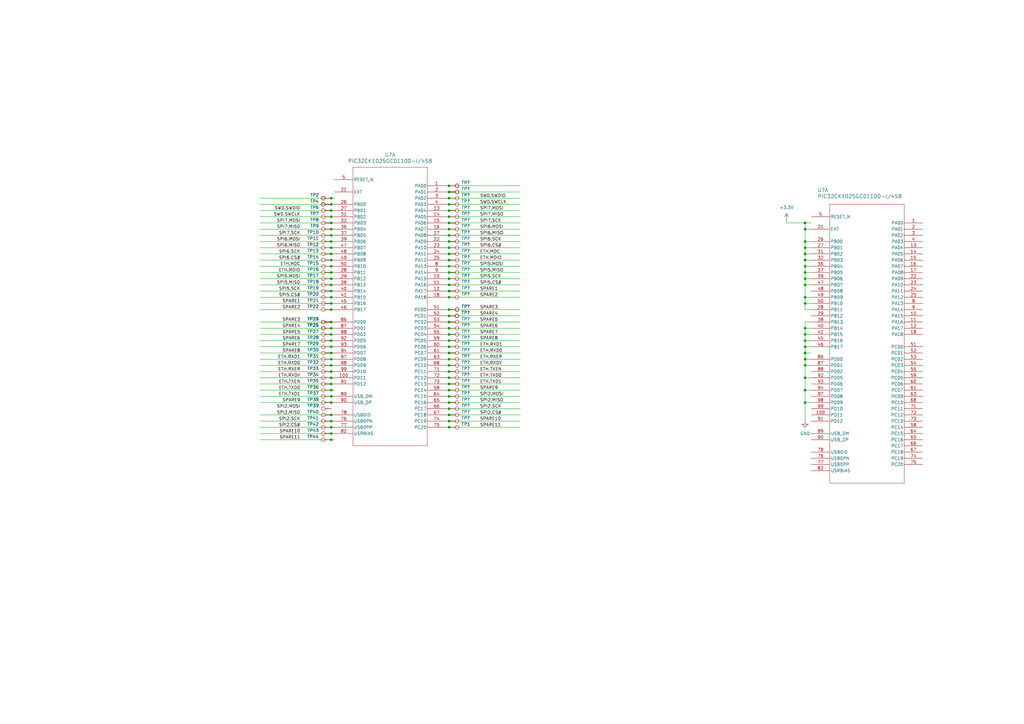
<source format=kicad_sch>
(kicad_sch (version 20250114) (generator "eeschema") (generator_version "9.0")
  (paper "A3")
  (lib_symbols
    (symbol "Connector:TestPoint" (pin_numbers (hide yes)) (pin_names (offset 0.762) (hide yes))
      (property "Reference" "TP" (at 0 6.858 0))
      (property "Value" "TestPoint" (at 0 5.08 0))
      (symbol "TestPoint_0_1"
        (circle (center 0 3.302) (radius 0.762))
      )
      (symbol "TestPoint_1_1"
        (pin passive line (at 0 0 90) (length 2.54) (name "1") (number "1"))
      )
    )
    (symbol "PIC32CK1025GC01100-I-4SB:PIC32CK1025GC01100-I_4SB" (pin_names (offset 0.254))
      (property "Reference" "U" (at 22.86 10.16 0))
      (property "Value" "PIC32CK1025GC01100-I/4SB" (at 22.86 7.62 0))
      (symbol "PIC32CK1025GC01100-I_4SB_1_1"
        (polyline (pts (xy 7.62 5.08) (xy 7.62 -109.22)) (stroke (width 0.127)))
        (polyline (pts (xy 7.62 -109.22) (xy 38.1 -109.22)) (stroke (width 0.127)))
        (polyline (pts (xy 38.1 5.08) (xy 7.62 5.08)) (stroke (width 0.127)))
        (polyline (pts (xy 38.1 -109.22) (xy 38.1 5.08)) (stroke (width 0.127)))
        (pin input line (at 0 0 0) (length 7.62) (name "RESET_N") (number "5"))
        (pin unspecified line (at 0 -5.08 0) (length 7.62) (name "EXT") (number "21"))
        (pin bidirectional line (at 0 -10.16 0) (length 7.62) (name "PB00") (number "26"))
        (pin bidirectional line (at 0 -12.7 0) (length 7.62) (name "PB01") (number "27"))
        (pin bidirectional line (at 0 -15.24 0) (length 7.62) (name "PB02") (number "31"))
        (pin bidirectional line (at 0 -17.78 0) (length 7.62) (name "PB03") (number "32"))
        (pin bidirectional line (at 0 -20.32 0) (length 7.62) (name "PB04") (number "36"))
        (pin bidirectional line (at 0 -22.86 0) (length 7.62) (name "PB05") (number "37"))
        (pin bidirectional line (at 0 -25.4 0) (length 7.62) (name "PB06") (number "39"))
        (pin bidirectional line (at 0 -27.94 0) (length 7.62) (name "PB07") (number "47"))
        (pin bidirectional line (at 0 -30.48 0) (length 7.62) (name "PB08") (number "48"))
        (pin bidirectional line (at 0 -33.02 0) (length 7.62) (name "PB09") (number "49"))
        (pin bidirectional line (at 0 -35.56 0) (length 7.62) (name "PB10") (number "50"))
        (pin bidirectional line (at 0 -38.1 0) (length 7.62) (name "PB11") (number "28"))
        (pin bidirectional line (at 0 -40.64 0) (length 7.62) (name "PB12") (number "29"))
        (pin bidirectional line (at 0 -43.18 0) (length 7.62) (name "PB13") (number "38"))
        (pin bidirectional line (at 0 -45.72 0) (length 7.62) (name "PB14") (number "40"))
        (pin bidirectional line (at 0 -48.26 0) (length 7.62) (name "PB15") (number "41"))
        (pin bidirectional line (at 0 -50.8 0) (length 7.62) (name "PB16") (number "45"))
        (pin bidirectional line (at 0 -53.34 0) (length 7.62) (name "PB17") (number "46"))
        (pin bidirectional line (at 0 -58.42 0) (length 7.62) (name "PD00") (number "86"))
        (pin bidirectional line (at 0 -60.96 0) (length 7.62) (name "PD01") (number "87"))
        (pin bidirectional line (at 0 -63.5 0) (length 7.62) (name "PD02") (number "88"))
        (pin bidirectional line (at 0 -66.04 0) (length 7.62) (name "PD05") (number "92"))
        (pin bidirectional line (at 0 -68.58 0) (length 7.62) (name "PD06") (number "93"))
        (pin bidirectional line (at 0 -71.12 0) (length 7.62) (name "PD07") (number "94"))
        (pin bidirectional line (at 0 -73.66 0) (length 7.62) (name "PD08") (number "97"))
        (pin bidirectional line (at 0 -76.2 0) (length 7.62) (name "PD09") (number "98"))
        (pin bidirectional line (at 0 -78.74 0) (length 7.62) (name "PD10") (number "99"))
        (pin bidirectional line (at 0 -81.28 0) (length 7.62) (name "PD11") (number "100"))
        (pin bidirectional line (at 0 -83.82 0) (length 7.62) (name "PD12") (number "91"))
        (pin unspecified line (at 0 -88.9 0) (length 7.62) (name "USB_DM") (number "89"))
        (pin unspecified line (at 0 -91.44 0) (length 7.62) (name "USB_DP") (number "90"))
        (pin unspecified line (at 0 -96.52 0) (length 7.62) (name "USB0ID") (number "78"))
        (pin unspecified line (at 0 -99.06 0) (length 7.62) (name "USB0PN") (number "76"))
        (pin unspecified line (at 0 -101.6 0) (length 7.62) (name "USB0PP") (number "77"))
        (pin unspecified line (at 0 -104.14 0) (length 7.62) (name "USRBIAS") (number "82"))
        (pin bidirectional line (at 45.72 -2.54 180) (length 7.62) (name "PA00") (number "1"))
        (pin bidirectional line (at 45.72 -5.08 180) (length 7.62) (name "PA01") (number "2"))
        (pin bidirectional line (at 45.72 -7.62 180) (length 7.62) (name "PA02") (number "3"))
        (pin bidirectional line (at 45.72 -10.16 180) (length 7.62) (name "PA03") (number "4"))
        (pin bidirectional line (at 45.72 -12.7 180) (length 7.62) (name "PA04") (number "13"))
        (pin bidirectional line (at 45.72 -15.24 180) (length 7.62) (name "PA05") (number "14"))
        (pin bidirectional line (at 45.72 -17.78 180) (length 7.62) (name "PA06") (number "15"))
        (pin bidirectional line (at 45.72 -20.32 180) (length 7.62) (name "PA07") (number "16"))
        (pin bidirectional line (at 45.72 -22.86 180) (length 7.62) (name "PA08") (number "17"))
        (pin bidirectional line (at 45.72 -25.4 180) (length 7.62) (name "PA09") (number "22"))
        (pin bidirectional line (at 45.72 -27.94 180) (length 7.62) (name "PA10") (number "23"))
        (pin bidirectional line (at 45.72 -30.48 180) (length 7.62) (name "PA11") (number "24"))
        (pin bidirectional line (at 45.72 -33.02 180) (length 7.62) (name "PA12") (number "25"))
        (pin bidirectional line (at 45.72 -35.56 180) (length 7.62) (name "PA13") (number "8"))
        (pin bidirectional line (at 45.72 -38.1 180) (length 7.62) (name "PA14") (number "9"))
        (pin bidirectional line (at 45.72 -40.64 180) (length 7.62) (name "PA15") (number "10"))
        (pin bidirectional line (at 45.72 -43.18 180) (length 7.62) (name "PA16") (number "11"))
        (pin bidirectional line (at 45.72 -45.72 180) (length 7.62) (name "PA17") (number "12"))
        (pin bidirectional line (at 45.72 -48.26 180) (length 7.62) (name "PA18") (number "18"))
        (pin bidirectional line (at 45.72 -53.34 180) (length 7.62) (name "PC00") (number "51"))
        (pin bidirectional line (at 45.72 -55.88 180) (length 7.62) (name "PC01") (number "52"))
        (pin bidirectional line (at 45.72 -58.42 180) (length 7.62) (name "PC02") (number "53"))
        (pin bidirectional line (at 45.72 -60.96 180) (length 7.62) (name "PC03") (number "54"))
        (pin bidirectional line (at 45.72 -63.5 180) (length 7.62) (name "PC04") (number "55"))
        (pin bidirectional line (at 45.72 -66.04 180) (length 7.62) (name "PC05") (number "59"))
        (pin bidirectional line (at 45.72 -68.58 180) (length 7.62) (name "PC06") (number "60"))
        (pin bidirectional line (at 45.72 -71.12 180) (length 7.62) (name "PC07") (number "61"))
        (pin bidirectional line (at 45.72 -73.66 180) (length 7.62) (name "PC09") (number "63"))
        (pin bidirectional line (at 45.72 -76.2 180) (length 7.62) (name "PC10") (number "68"))
        (pin bidirectional line (at 45.72 -78.74 180) (length 7.62) (name "PC11") (number "71"))
        (pin bidirectional line (at 45.72 -81.28 180) (length 7.62) (name "PC12") (number "72"))
        (pin bidirectional line (at 45.72 -83.82 180) (length 7.62) (name "PC13") (number "73"))
        (pin bidirectional line (at 45.72 -86.36 180) (length 7.62) (name "PC14") (number "58"))
        (pin bidirectional line (at 45.72 -88.9 180) (length 7.62) (name "PC15") (number "64"))
        (pin bidirectional line (at 45.72 -91.44 180) (length 7.62) (name "PC16") (number "65"))
        (pin bidirectional line (at 45.72 -93.98 180) (length 7.62) (name "PC17") (number "66"))
        (pin bidirectional line (at 45.72 -96.52 180) (length 7.62) (name "PC18") (number "67"))
        (pin bidirectional line (at 45.72 -99.06 180) (length 7.62) (name "PC19") (number "74"))
        (pin bidirectional line (at 45.72 -101.6 180) (length 7.62) (name "PC20") (number "75"))
      )
      (symbol "PIC32CK1025GC01100-I_4SB_2_1"
        (polyline (pts (xy 7.62 5.08) (xy 7.62 -81.28)) (stroke (width 0.127)))
        (polyline (pts (xy 7.62 -81.28) (xy 33.02 -81.28)) (stroke (width 0.127)))
        (polyline (pts (xy 33.02 5.08) (xy 7.62 5.08)) (stroke (width 0.127)))
        (polyline (pts (xy 33.02 -81.28) (xy 33.02 5.08)) (stroke (width 0.127)))
        (pin power_in line (at 0 0 0) (length 7.62) (name "VBUS") (number "81"))
        (pin power_in line (at 0 -2.54 0) (length 7.62) (name "VCCAP3") (number "79"))
        (pin power_in line (at 0 -5.08 0) (length 7.62) (name "VDDA") (number "33"))
        (pin power_in line (at 0 -10.16 0) (length 7.62) (name "VDDIO") (number "7"))
        (pin power_in line (at 0 -12.7 0) (length 7.62) (name "VDDIO") (number "20"))
        (pin power_in line (at 0 -15.24 0) (length 7.62) (name "VDDIO") (number "34"))
        (pin power_in line (at 0 -17.78 0) (length 7.62) (name "VDDIO") (number "42"))
        (pin power_in line (at 0 -20.32 0) (length 7.62) (name "VDDIO") (number "56"))
        (pin power_in line (at 0 -22.86 0) (length 7.62) (name "VDDIO") (number "69"))
        (pin power_in line (at 0 -25.4 0) (length 7.62) (name "VDDIO") (number "85"))
        (pin power_in line (at 0 -27.94 0) (length 7.62) (name "VDDIO") (number "96"))
        (pin power_in line (at 0 -33.02 0) (length 7.62) (name "VDDREG") (number "44"))
        (pin power_in line (at 0 -35.56 0) (length 7.62) (name "VDDREG") (number "62"))
        (pin power_in line (at 0 -38.1 0) (length 7.62) (name "VDDREG") (number "83"))
        (pin power_out line (at 0 -43.18 0) (length 7.62) (name "GND") (number "6"))
        (pin power_out line (at 0 -45.72 0) (length 7.62) (name "GND") (number "19"))
        (pin power_out line (at 0 -48.26 0) (length 7.62) (name "GND") (number "35"))
        (pin power_out line (at 0 -50.8 0) (length 7.62) (name "GND") (number "43"))
        (pin power_out line (at 0 -53.34 0) (length 7.62) (name "GND") (number "57"))
        (pin power_out line (at 0 -55.88 0) (length 7.62) (name "GND") (number "70"))
        (pin power_out line (at 0 -58.42 0) (length 7.62) (name "GND") (number "95"))
        (pin power_out line (at 0 -60.96 0) (length 7.62) (name "GND") (number "101"))
        (pin power_out line (at 0 -66.04 0) (length 7.62) (name "USBVSSA") (number "80"))
        (pin power_out line (at 0 -71.12 0) (length 7.62) (name "VSSA") (number "30"))
        (pin power_out line (at 0 -76.2 0) (length 7.62) (name "VSSIO") (number "84"))
      )
    )
    (symbol "power:+3.3V" (power) (pin_numbers (hide yes)) (pin_names (offset 0) (hide yes))
      (property "Value" "+3.3V" (at 0 3.556 0))
      (symbol "+3.3V_0_1"
        (polyline (pts (xy -0.762 1.27) (xy 0 2.54)))
        (polyline (pts (xy 0 2.54) (xy 0.762 1.27)))
        (polyline (pts (xy 0 0) (xy 0 2.54)))
      )
      (symbol "+3.3V_1_1"
        (pin power_in line (at 0 0 90) (length 0) (name "~") (number "1"))
      )
    )
    (symbol "power:GND" (power) (pin_numbers (hide yes)) (pin_names (offset 0) (hide yes))
      (property "Value" "GND" (at 0 -3.81 0))
      (symbol "GND_0_1"
        (polyline (pts (xy 0 0) (xy 0 -1.27) (xy 1.27 -1.27) (xy 0 -2.54) (xy -1.27 -1.27) (xy 0 -1.27)))
      )
      (symbol "GND_1_1"
        (pin power_in line (at 0 0 270) (length 0) (name "~") (number "1"))
      )
    )
  )
  (junction (at 135.89 175.26))
  (junction (at 184.15 134.62))
  (junction (at 184.15 114.3))
  (junction (at 184.15 116.84))
  (junction (at 135.89 157.48))
  (junction (at 184.15 99.06))
  (junction (at 135.89 160.02))
  (junction (at 135.89 124.46))
  (junction (at 135.89 180.34))
  (junction (at 135.89 142.24))
  (junction (at 135.89 104.14))
  (junction (at 330.2 109.22))
  (junction (at 135.89 139.7))
  (junction (at 184.15 160.02))
  (junction (at 184.15 165.1))
  (junction (at 330.2 154.94))
  (junction (at 184.15 96.52))
  (junction (at 135.89 91.44))
  (junction (at 330.2 124.46))
  (junction (at 184.15 91.44))
  (junction (at 135.89 119.38))
  (junction (at 184.15 101.6))
  (junction (at 330.2 165.1))
  (junction (at 184.15 81.28))
  (junction (at 184.15 93.98))
  (junction (at 184.15 86.36))
  (junction (at 330.2 139.7))
  (junction (at 184.15 149.86))
  (junction (at 330.2 104.14))
  (junction (at 184.15 121.92))
  (junction (at 330.2 160.02))
  (junction (at 184.15 104.14))
  (junction (at 184.15 157.48))
  (junction (at 135.89 101.6))
  (junction (at 184.15 111.76))
  (junction (at 135.89 93.98))
  (junction (at 184.15 78.74))
  (junction (at 330.2 134.62))
  (junction (at 135.89 154.94))
  (junction (at 184.15 132.08))
  (junction (at 330.2 147.32))
  (junction (at 135.89 106.68))
  (junction (at 184.15 119.38))
  (junction (at 184.15 154.94))
  (junction (at 184.15 144.78))
  (junction (at 135.89 81.28))
  (junction (at 135.89 170.18))
  (junction (at 135.89 152.4))
  (junction (at 135.89 109.22))
  (junction (at 135.89 162.56))
  (junction (at 184.15 170.18))
  (junction (at 184.15 137.16))
  (junction (at 135.89 137.16))
  (junction (at 330.2 106.68))
  (junction (at 330.2 114.3))
  (junction (at 135.89 88.9))
  (junction (at 184.15 88.9))
  (junction (at 184.15 162.56))
  (junction (at 184.15 127))
  (junction (at 135.89 134.62))
  (junction (at 135.89 83.82))
  (junction (at 135.89 165.1))
  (junction (at 330.2 99.06))
  (junction (at 135.89 96.52))
  (junction (at 330.2 91.44))
  (junction (at 135.89 127))
  (junction (at 330.2 116.84))
  (junction (at 184.15 76.2))
  (junction (at 184.15 172.72))
  (junction (at 184.15 147.32))
  (junction (at 330.2 137.16))
  (junction (at 184.15 83.82))
  (junction (at 330.2 144.78))
  (junction (at 330.2 93.98))
  (junction (at 330.2 149.86))
  (junction (at 135.89 111.76))
  (junction (at 135.89 149.86))
  (junction (at 184.15 139.7))
  (junction (at 184.15 167.64))
  (junction (at 184.15 109.22))
  (junction (at 135.89 114.3))
  (junction (at 184.15 106.68))
  (junction (at 135.89 99.06))
  (junction (at 184.15 129.54))
  (junction (at 184.15 142.24))
  (junction (at 135.89 144.78))
  (junction (at 135.89 177.8))
  (junction (at 135.89 147.32))
  (junction (at 330.2 142.24))
  (junction (at 184.15 152.4))
  (junction (at 330.2 101.6))
  (junction (at 135.89 86.36))
  (junction (at 184.15 175.26))
  (junction (at 135.89 172.72))
  (junction (at 135.89 132.08))
  (junction (at 330.2 121.92))
  (junction (at 330.2 111.76))
  (junction (at 135.89 116.84))
  (junction (at 135.89 121.92))
  (wire (pts (xy 330.2 139.7) (xy 332.74 139.7)))
  (wire (pts (xy 135.89 170.18) (xy 106.68 170.18)))
  (wire (pts (xy 184.15 149.86) (xy 213.36 149.86)))
  (wire (pts (xy 330.2 165.1) (xy 330.2 172.72)))
  (wire (pts (xy 184.15 93.98) (xy 213.36 93.98)))
  (wire (pts (xy 182.88 139.7) (xy 184.15 139.7)))
  (wire (pts (xy 135.89 152.4) (xy 106.68 152.4)))
  (wire (pts (xy 137.16 180.34) (xy 135.89 180.34)))
  (wire (pts (xy 137.16 93.98) (xy 135.89 93.98)))
  (wire (pts (xy 330.2 165.1) (xy 332.74 165.1)))
  (wire (pts (xy 182.88 109.22) (xy 184.15 109.22)))
  (wire (pts (xy 330.2 116.84) (xy 330.2 121.92)))
  (wire (pts (xy 184.15 137.16) (xy 213.36 137.16)))
  (wire (pts (xy 137.16 114.3) (xy 135.89 114.3)))
  (wire (pts (xy 330.2 149.86) (xy 332.74 149.86)))
  (wire (pts (xy 330.2 154.94) (xy 330.2 160.02)))
  (wire (pts (xy 330.2 144.78) (xy 330.2 147.32)))
  (wire (pts (xy 182.88 165.1) (xy 184.15 165.1)))
  (wire (pts (xy 182.88 116.84) (xy 184.15 116.84)))
  (wire (pts (xy 137.16 142.24) (xy 135.89 142.24)))
  (wire (pts (xy 137.16 162.56) (xy 135.89 162.56)))
  (wire (pts (xy 137.16 127) (xy 135.89 127)))
  (wire (pts (xy 135.89 160.02) (xy 106.68 160.02)))
  (wire (pts (xy 184.15 167.64) (xy 213.36 167.64)))
  (wire (pts (xy 330.2 137.16) (xy 330.2 139.7)))
  (wire (pts (xy 182.88 154.94) (xy 184.15 154.94)))
  (wire (pts (xy 184.15 152.4) (xy 213.36 152.4)))
  (wire (pts (xy 182.88 101.6) (xy 184.15 101.6)))
  (wire (pts (xy 135.89 121.92) (xy 106.68 121.92)))
  (wire (pts (xy 184.15 175.26) (xy 213.36 175.26)))
  (wire (pts (xy 182.88 175.26) (xy 184.15 175.26)))
  (wire (pts (xy 184.15 91.44) (xy 213.36 91.44)))
  (wire (pts (xy 137.16 134.62) (xy 135.89 134.62)))
  (wire (pts (xy 135.89 114.3) (xy 106.68 114.3)))
  (wire (pts (xy 332.74 127) (xy 330.2 127)))
  (wire (pts (xy 184.15 76.2) (xy 213.36 76.2)))
  (wire (pts (xy 330.2 121.92) (xy 332.74 121.92)))
  (wire (pts (xy 332.74 101.6) (xy 330.2 101.6)))
  (wire (pts (xy 137.16 172.72) (xy 135.89 172.72)))
  (wire (pts (xy 137.16 137.16) (xy 135.89 137.16)))
  (wire (pts (xy 135.89 109.22) (xy 106.68 109.22)))
  (wire (pts (xy 135.89 177.8) (xy 106.68 177.8)))
  (wire (pts (xy 182.88 160.02) (xy 184.15 160.02)))
  (wire (pts (xy 137.16 116.84) (xy 135.89 116.84)))
  (wire (pts (xy 135.89 180.34) (xy 106.68 180.34)))
  (wire (pts (xy 330.2 124.46) (xy 330.2 127)))
  (wire (pts (xy 135.89 104.14) (xy 106.68 104.14)))
  (wire (pts (xy 330.2 149.86) (xy 330.2 154.94)))
  (wire (pts (xy 182.88 88.9) (xy 184.15 88.9)))
  (wire (pts (xy 135.89 154.94) (xy 106.68 154.94)))
  (wire (pts (xy 135.89 132.08) (xy 106.68 132.08)))
  (wire (pts (xy 322.58 90.17) (xy 322.58 91.44)))
  (wire (pts (xy 182.88 144.78) (xy 184.15 144.78)))
  (wire (pts (xy 184.15 154.94) (xy 213.36 154.94)))
  (wire (pts (xy 330.2 93.98) (xy 330.2 91.44)))
  (wire (pts (xy 184.15 142.24) (xy 213.36 142.24)))
  (wire (pts (xy 135.89 83.82) (xy 106.68 83.82)))
  (wire (pts (xy 137.16 96.52) (xy 135.89 96.52)))
  (wire (pts (xy 135.89 165.1) (xy 106.68 165.1)))
  (wire (pts (xy 184.15 116.84) (xy 213.36 116.84)))
  (wire (pts (xy 330.2 124.46) (xy 332.74 124.46)))
  (wire (pts (xy 182.88 172.72) (xy 184.15 172.72)))
  (wire (pts (xy 330.2 101.6) (xy 330.2 104.14)))
  (wire (pts (xy 330.2 109.22) (xy 332.74 109.22)))
  (wire (pts (xy 184.15 106.68) (xy 213.36 106.68)))
  (wire (pts (xy 184.15 162.56) (xy 213.36 162.56)))
  (wire (pts (xy 182.88 167.64) (xy 184.15 167.64)))
  (wire (pts (xy 135.89 137.16) (xy 106.68 137.16)))
  (wire (pts (xy 182.88 86.36) (xy 184.15 86.36)))
  (wire (pts (xy 135.89 99.06) (xy 106.68 99.06)))
  (wire (pts (xy 135.89 147.32) (xy 106.68 147.32)))
  (wire (pts (xy 330.2 114.3) (xy 332.74 114.3)))
  (wire (pts (xy 135.89 93.98) (xy 106.68 93.98)))
  (wire (pts (xy 135.89 101.6) (xy 106.68 101.6)))
  (wire (pts (xy 135.89 119.38) (xy 106.68 119.38)))
  (wire (pts (xy 182.88 111.76) (xy 184.15 111.76)))
  (wire (pts (xy 137.16 154.94) (xy 135.89 154.94)))
  (wire (pts (xy 184.15 129.54) (xy 213.36 129.54)))
  (wire (pts (xy 184.15 86.36) (xy 213.36 86.36)))
  (wire (pts (xy 330.2 147.32) (xy 332.74 147.32)))
  (wire (pts (xy 330.2 147.32) (xy 330.2 149.86)))
  (wire (pts (xy 137.16 152.4) (xy 135.89 152.4)))
  (wire (pts (xy 135.89 116.84) (xy 106.68 116.84)))
  (wire (pts (xy 330.2 160.02) (xy 330.2 165.1)))
  (wire (pts (xy 182.88 152.4) (xy 184.15 152.4)))
  (wire (pts (xy 137.16 157.48) (xy 135.89 157.48)))
  (wire (pts (xy 184.15 127) (xy 213.36 127)))
  (wire (pts (xy 135.89 142.24) (xy 106.68 142.24)))
  (wire (pts (xy 184.15 132.08) (xy 213.36 132.08)))
  (wire (pts (xy 184.15 101.6) (xy 213.36 101.6)))
  (wire (pts (xy 182.88 157.48) (xy 184.15 157.48)))
  (wire (pts (xy 182.88 162.56) (xy 184.15 162.56)))
  (wire (pts (xy 182.88 104.14) (xy 184.15 104.14)))
  (wire (pts (xy 184.15 111.76) (xy 213.36 111.76)))
  (wire (pts (xy 330.2 111.76) (xy 332.74 111.76)))
  (wire (pts (xy 184.15 165.1) (xy 213.36 165.1)))
  (wire (pts (xy 330.2 116.84) (xy 332.74 116.84)))
  (wire (pts (xy 184.15 160.02) (xy 213.36 160.02)))
  (wire (pts (xy 182.88 170.18) (xy 184.15 170.18)))
  (wire (pts (xy 182.88 121.92) (xy 184.15 121.92)))
  (wire (pts (xy 330.2 160.02) (xy 332.74 160.02)))
  (wire (pts (xy 184.15 114.3) (xy 213.36 114.3)))
  (wire (pts (xy 184.15 119.38) (xy 213.36 119.38)))
  (wire (pts (xy 330.2 99.06) (xy 330.2 93.98)))
  (wire (pts (xy 182.88 106.68) (xy 184.15 106.68)))
  (wire (pts (xy 137.16 132.08) (xy 135.89 132.08)))
  (wire (pts (xy 332.74 132.08) (xy 330.2 132.08)))
  (wire (pts (xy 330.2 99.06) (xy 332.74 99.06)))
  (wire (pts (xy 184.15 109.22) (xy 213.36 109.22)))
  (wire (pts (xy 135.89 81.28) (xy 106.68 81.28)))
  (wire (pts (xy 184.15 134.62) (xy 213.36 134.62)))
  (wire (pts (xy 184.15 144.78) (xy 213.36 144.78)))
  (wire (pts (xy 137.16 177.8) (xy 135.89 177.8)))
  (wire (pts (xy 182.88 81.28) (xy 184.15 81.28)))
  (wire (pts (xy 135.89 139.7) (xy 106.68 139.7)))
  (wire (pts (xy 135.89 124.46) (xy 106.68 124.46)))
  (wire (pts (xy 182.88 76.2) (xy 184.15 76.2)))
  (wire (pts (xy 184.15 157.48) (xy 213.36 157.48)))
  (wire (pts (xy 184.15 172.72) (xy 213.36 172.72)))
  (wire (pts (xy 330.2 106.68) (xy 332.74 106.68)))
  (wire (pts (xy 137.16 170.18) (xy 135.89 170.18)))
  (wire (pts (xy 135.89 149.86) (xy 106.68 149.86)))
  (wire (pts (xy 330.2 109.22) (xy 330.2 111.76)))
  (wire (pts (xy 137.16 83.82) (xy 135.89 83.82)))
  (wire (pts (xy 137.16 165.1) (xy 135.89 165.1)))
  (wire (pts (xy 184.15 78.74) (xy 213.36 78.74)))
  (wire (pts (xy 182.88 129.54) (xy 184.15 129.54)))
  (wire (pts (xy 182.88 93.98) (xy 184.15 93.98)))
  (wire (pts (xy 182.88 91.44) (xy 184.15 91.44)))
  (wire (pts (xy 184.15 170.18) (xy 213.36 170.18)))
  (wire (pts (xy 135.89 86.36) (xy 106.68 86.36)))
  (wire (pts (xy 330.2 144.78) (xy 332.74 144.78)))
  (wire (pts (xy 330.2 121.92) (xy 330.2 124.46)))
  (wire (pts (xy 137.16 124.46) (xy 135.89 124.46)))
  (wire (pts (xy 330.2 104.14) (xy 332.74 104.14)))
  (wire (pts (xy 182.88 83.82) (xy 184.15 83.82)))
  (wire (pts (xy 330.2 154.94) (xy 332.74 154.94)))
  (wire (pts (xy 137.16 104.14) (xy 135.89 104.14)))
  (wire (pts (xy 182.88 149.86) (xy 184.15 149.86)))
  (wire (pts (xy 137.16 106.68) (xy 135.89 106.68)))
  (wire (pts (xy 330.2 142.24) (xy 330.2 144.78)))
  (wire (pts (xy 182.88 96.52) (xy 184.15 96.52)))
  (wire (pts (xy 330.2 134.62) (xy 330.2 137.16)))
  (wire (pts (xy 182.88 78.74) (xy 184.15 78.74)))
  (wire (pts (xy 182.88 119.38) (xy 184.15 119.38)))
  (wire (pts (xy 184.15 88.9) (xy 213.36 88.9)))
  (wire (pts (xy 182.88 134.62) (xy 184.15 134.62)))
  (wire (pts (xy 137.16 175.26) (xy 135.89 175.26)))
  (wire (pts (xy 137.16 86.36) (xy 135.89 86.36)))
  (wire (pts (xy 330.2 137.16) (xy 332.74 137.16)))
  (wire (pts (xy 135.89 144.78) (xy 106.68 144.78)))
  (wire (pts (xy 137.16 149.86) (xy 135.89 149.86)))
  (wire (pts (xy 184.15 139.7) (xy 213.36 139.7)))
  (wire (pts (xy 135.89 88.9) (xy 106.68 88.9)))
  (wire (pts (xy 137.16 139.7) (xy 135.89 139.7)))
  (wire (pts (xy 330.2 142.24) (xy 332.74 142.24)))
  (wire (pts (xy 184.15 104.14) (xy 213.36 104.14)))
  (wire (pts (xy 182.88 114.3) (xy 184.15 114.3)))
  (wire (pts (xy 137.16 91.44) (xy 135.89 91.44)))
  (wire (pts (xy 137.16 101.6) (xy 135.89 101.6)))
  (wire (pts (xy 184.15 147.32) (xy 213.36 147.32)))
  (wire (pts (xy 330.2 132.08) (xy 330.2 134.62)))
  (wire (pts (xy 135.89 162.56) (xy 106.68 162.56)))
  (wire (pts (xy 182.88 137.16) (xy 184.15 137.16)))
  (wire (pts (xy 137.16 111.76) (xy 135.89 111.76)))
  (wire (pts (xy 330.2 104.14) (xy 330.2 106.68)))
  (wire (pts (xy 182.88 99.06) (xy 184.15 99.06)))
  (wire (pts (xy 330.2 106.68) (xy 330.2 109.22)))
  (wire (pts (xy 330.2 111.76) (xy 330.2 114.3)))
  (wire (pts (xy 330.2 91.44) (xy 332.74 91.44)))
  (wire (pts (xy 135.89 91.44) (xy 106.68 91.44)))
  (wire (pts (xy 137.16 144.78) (xy 135.89 144.78)))
  (wire (pts (xy 330.2 114.3) (xy 330.2 116.84)))
  (wire (pts (xy 184.15 96.52) (xy 213.36 96.52)))
  (wire (pts (xy 330.2 99.06) (xy 330.2 101.6)))
  (wire (pts (xy 135.89 157.48) (xy 106.68 157.48)))
  (wire (pts (xy 135.89 127) (xy 106.68 127)))
  (wire (pts (xy 137.16 99.06) (xy 135.89 99.06)))
  (wire (pts (xy 137.16 81.28) (xy 135.89 81.28)))
  (wire (pts (xy 135.89 172.72) (xy 106.68 172.72)))
  (wire (pts (xy 330.2 93.98) (xy 332.74 93.98)))
  (wire (pts (xy 137.16 119.38) (xy 135.89 119.38)))
  (wire (pts (xy 135.89 175.26) (xy 106.68 175.26)))
  (wire (pts (xy 135.89 106.68) (xy 106.68 106.68)))
  (wire (pts (xy 184.15 121.92) (xy 213.36 121.92)))
  (wire (pts (xy 135.89 111.76) (xy 106.68 111.76)))
  (wire (pts (xy 330.2 139.7) (xy 330.2 142.24)))
  (wire (pts (xy 137.16 121.92) (xy 135.89 121.92)))
  (wire (pts (xy 184.15 99.06) (xy 213.36 99.06)))
  (wire (pts (xy 137.16 109.22) (xy 135.89 109.22)))
  (wire (pts (xy 184.15 83.82) (xy 213.36 83.82)))
  (wire (pts (xy 182.88 132.08) (xy 184.15 132.08)))
  (wire (pts (xy 135.89 134.62) (xy 106.68 134.62)))
  (wire (pts (xy 184.15 81.28) (xy 213.36 81.28)))
  (wire (pts (xy 322.58 91.44) (xy 330.2 91.44)))
  (wire (pts (xy 332.74 134.62) (xy 330.2 134.62)))
  (wire (pts (xy 182.88 147.32) (xy 184.15 147.32)))
  (wire (pts (xy 137.16 88.9) (xy 135.89 88.9)))
  (wire (pts (xy 182.88 142.24) (xy 184.15 142.24)))
  (wire (pts (xy 182.88 127) (xy 184.15 127)))
  (wire (pts (xy 135.89 96.52) (xy 106.68 96.52)))
  (wire (pts (xy 137.16 147.32) (xy 135.89 147.32)))
  (wire (pts (xy 137.16 160.02) (xy 135.89 160.02)))
  (label "SPI7.MISO" (at 123.19 93.98 180))
  (label "ETH.RXD1" (at 196.85 142.24 0))
  (label "ETH.MDIO" (at 196.85 106.68 0))
  (label "SPI2.MISO" (at 196.85 165.1 0))
  (label "SPI2.CS#" (at 196.85 170.18 0))
  (label "SPI6.CS#" (at 123.19 106.68 180))
  (label "ETH.TXD0" (at 196.85 154.94 0))
  (label "SWD.SWDIO" (at 196.85 81.28 0))
  (label "SPARE6" (at 196.85 134.62 0))
  (label "ETH.TXD1" (at 196.85 157.48 0))
  (label "SPI5.CS#" (at 123.19 121.92 180))
  (label "SPI7.SCK" (at 196.85 91.44 0))
  (label "SWD.SWCLK" (at 123.19 88.9 180))
  (label "SWD.SWDIO" (at 123.19 86.36 180))
  (label "SPI6.MOSI" (at 196.85 93.98 0))
  (label "ETH.RXD0" (at 123.19 149.86 180))
  (label "SPI2.MOSI" (at 123.19 167.64 180))
  (label "SPI5.MISO" (at 196.85 111.76 0))
  (label "SPARE8" (at 123.19 144.78 180))
  (label "SPARE4" (at 196.85 129.54 0))
  (label "SPARE10" (at 123.19 177.8 180))
  (label "SPI2.SCK" (at 123.19 172.72 180))
  (label "ETH.RXDV" (at 123.19 154.94 180))
  (label "ETH.TXEN" (at 123.19 157.48 180))
  (label "SPARE3" (at 123.19 132.08 180))
  (label "SPI2.MOSI" (at 196.85 162.56 0))
  (label "ETH.MDC" (at 123.19 109.22 180))
  (label "SPI7.MOSI" (at 196.85 86.36 0))
  (label "ETH.RXD0" (at 196.85 144.78 0))
  (label "SPI2.CS#" (at 123.19 175.26 180))
  (label "SPI2.MISO" (at 123.19 170.18 180))
  (label "ETH.RXER" (at 123.19 152.4 180))
  (label "ETH.MDIO" (at 123.19 111.76 180))
  (label "SPARE9" (at 196.85 160.02 0))
  (label "ETH.RXER" (at 196.85 147.32 0))
  (label "SPI6.MISO" (at 196.85 96.52 0))
  (label "SPI6.SCK" (at 123.19 104.14 180))
  (label "SPI7.SCK" (at 123.19 96.52 180))
  (label "SPARE7" (at 196.85 137.16 0))
  (label "ETH.TXEN" (at 196.85 152.4 0))
  (label "SPARE10" (at 196.85 172.72 0))
  (label "SPI2.SCK" (at 196.85 167.64 0))
  (label "SPI5.MOSI" (at 123.19 114.3 180))
  (label "SPARE2" (at 123.19 127 180))
  (label "SPARE11" (at 123.19 180.34 180))
  (label "SPARE4" (at 123.19 134.62 180))
  (label "SPARE5" (at 196.85 132.08 0))
  (label "SWD.SWCLK" (at 196.85 83.82 0))
  (label "SPARE1" (at 123.19 124.46 180))
  (label "SPI7.MOSI" (at 123.19 91.44 180))
  (label "SPI5.MISO" (at 123.19 116.84 180))
  (label "SPI6.MOSI" (at 123.19 99.06 180))
  (label "SPI5.CS#" (at 196.85 116.84 0))
  (label "SPI6.MISO" (at 123.19 101.6 180))
  (label "SPARE5" (at 123.19 137.16 180))
  (label "SPI6.CS#" (at 196.85 101.6 0))
  (label "SPARE6" (at 123.19 139.7 180))
  (label "SPI5.SCK" (at 123.19 119.38 180))
  (label "SPI5.SCK" (at 196.85 114.3 0))
  (label "SPARE11" (at 196.85 175.26 0))
  (label "SPARE2" (at 196.85 121.92 0))
  (label "SPARE1" (at 196.85 119.38 0))
  (label "SPARE9" (at 123.19 165.1 180))
  (label "SPI7.MISO" (at 196.85 88.9 0))
  (label "ETH.TXD0" (at 123.19 160.02 180))
  (label "ETH.TXD1" (at 123.19 162.56 180))
  (label "SPI6.SCK" (at 196.85 99.06 0))
  (label "ETH.RXDV" (at 196.85 149.86 0))
  (label "SPARE3" (at 196.85 127 0))
  (label "SPARE8" (at 196.85 139.7 0))
  (label "ETH.RXD1" (at 123.19 147.32 180))
  (label "ETH.MDC" (at 196.85 104.14 0))
  (label "SPARE7" (at 123.19 142.24 180))
  (label "SPI5.MOSI" (at 196.85 109.22 0))
  (symbol (lib_id "PIC32CK1025GC01100-I-4SB:PIC32CK1025GC01100-I_4SB") (at 332.74 88.9 0) (unit 1)
    (property "Reference" "U?" (at 335.28 77.978 0) (effects (font (size 1.524 1.524)) (justify left)))
    (property "Value" "PIC32CK1025GC01100-I/4SB" (at 335.28 80.518 0) (effects (font (size 1.524 1.524)) (justify left)))
    (property "Footprint" "PIC32CK1025GC01100-I-4SB:TQFP100_4SB_6p3EP_MCH" (effects (hide yes)))
    (property "Datasheet" "https://ww1.microchip.com/downloads/aemDocuments/documents/MCU32/ProductDocuments/DataSheets/PIC32CK-SG01-SG00-GC01-GC00-Family-Data-Sheet-DS60001795.pdf" (effects (hide yes)))
  )
  (symbol (lib_id "power:GND") (at 330.2 172.72 0) (unit 1)
    (property "Reference" "#PWR?" (effects (hide yes)))
    (property "Value" "GND" (at 330.2 177.8 0))
    (property "Description" "Power symbol creates a global label with name \"GND\" , ground" (effects (hide yes)))
  )
  (symbol (lib_id "Connector:TestPoint") (at 135.89 83.82 90) (mirror x) (unit 1)
    (property "Reference" "TP4" (at 130.81 82.5499 90) (effects (justify left)))
    (property "Value" "TestPoint" (effects (hide yes)))
    (property "Description" "test point" (effects (hide yes)))
  )
  (symbol (lib_id "Connector:TestPoint") (at 184.15 104.14 270) (unit 1)
    (property "Reference" "TP?" (at 189.23 102.8699 90) (effects (justify left)))
    (property "Value" "TestPoint" (effects (hide yes)))
    (property "Description" "test point" (effects (hide yes)))
  )
  (symbol (lib_id "Connector:TestPoint") (at 135.89 144.78 90) (mirror x) (unit 1)
    (property "Reference" "TP30" (at 130.81 143.5099 90) (effects (justify left)))
    (property "Value" "TestPoint" (effects (hide yes)))
    (property "Description" "test point" (effects (hide yes)))
  )
  (symbol (lib_id "Connector:TestPoint") (at 184.15 78.74 270) (unit 1)
    (property "Reference" "TP?" (at 189.23 77.4699 90) (effects (justify left)))
    (property "Value" "TestPoint" (effects (hide yes)))
    (property "Description" "test point" (effects (hide yes)))
  )
  (symbol (lib_id "Connector:TestPoint") (at 135.89 167.64 90) (mirror x) (unit 1)
    (property "Reference" "TP39" (at 130.81 166.3699 90) (effects (justify left)))
    (property "Value" "TestPoint" (effects (hide yes)))
    (property "Description" "test point" (effects (hide yes)))
  )
  (symbol (lib_id "Connector:TestPoint") (at 135.89 132.08 90) (mirror x) (unit 1)
    (property "Reference" "TP23" (at 130.81 130.8099 90) (effects (justify left)))
    (property "Value" "TestPoint" (effects (hide yes)))
    (property "Description" "test point" (effects (hide yes)))
  )
  (symbol (lib_id "Connector:TestPoint") (at 135.89 180.34 90) (mirror x) (unit 1)
    (property "Reference" "TP44" (at 130.81 179.0699 90) (effects (justify left)))
    (property "Value" "TestPoint" (effects (hide yes)))
    (property "Description" "test point" (effects (hide yes)))
  )
  (symbol (lib_id "PIC32CK1025GC01100-I-4SB:PIC32CK1025GC01100-I_4SB") (at 137.16 73.66 0) (unit 1)
    (property "Reference" "U?" (at 160.02 63.5 0) (effects (font (size 1.524 1.524))))
    (property "Value" "PIC32CK1025GC01100-I/4SB" (at 160.02 66.04 0) (effects (font (size 1.524 1.524))))
    (property "Footprint" "PIC32CK1025GC01100-I-4SB:TQFP100_4SB_6p3EP_MCH" (effects (hide yes)))
    (property "Datasheet" "https://ww1.microchip.com/downloads/aemDocuments/documents/MCU32/ProductDocuments/DataSheets/PIC32CK-SG01-SG00-GC01-GC00-Family-Data-Sheet-DS60001795.pdf" (effects (hide yes)))
  )
  (symbol (lib_id "Connector:TestPoint") (at 184.15 152.4 270) (unit 1)
    (property "Reference" "TP?" (at 189.23 151.1299 90) (effects (justify left)))
    (property "Value" "TestPoint" (effects (hide yes)))
    (property "Description" "test point" (effects (hide yes)))
  )
  (symbol (lib_id "Connector:TestPoint") (at 135.89 175.26 90) (mirror x) (unit 1)
    (property "Reference" "TP42" (at 130.81 173.9899 90) (effects (justify left)))
    (property "Value" "TestPoint" (effects (hide yes)))
    (property "Description" "test point" (effects (hide yes)))
  )
  (symbol (lib_id "Connector:TestPoint") (at 135.89 124.46 90) (mirror x) (unit 1)
    (property "Reference" "TP21" (at 130.81 123.1899 90) (effects (justify left)))
    (property "Value" "TestPoint" (effects (hide yes)))
    (property "Description" "test point" (effects (hide yes)))
  )
  (symbol (lib_id "Connector:TestPoint") (at 184.15 76.2 270) (unit 1)
    (property "Reference" "TP?" (at 189.23 74.9299 90) (effects (justify left)))
    (property "Value" "TestPoint" (effects (hide yes)))
    (property "Description" "test point" (effects (hide yes)))
  )
  (symbol (lib_id "Connector:TestPoint") (at 184.15 127 270) (unit 1)
    (property "Reference" "TP?" (at 189.23 125.7299 90) (effects (justify left)))
    (property "Value" "TestPoint" (effects (hide yes)))
    (property "Description" "test point" (effects (hide yes)))
  )
  (symbol (lib_id "Connector:TestPoint") (at 135.89 157.48 90) (mirror x) (unit 1)
    (property "Reference" "TP35" (at 130.81 156.2099 90) (effects (justify left)))
    (property "Value" "TestPoint" (effects (hide yes)))
    (property "Description" "test point" (effects (hide yes)))
  )
  (symbol (lib_id "Connector:TestPoint") (at 184.15 91.44 270) (unit 1)
    (property "Reference" "TP?" (at 189.23 90.1699 90) (effects (justify left)))
    (property "Value" "TestPoint" (effects (hide yes)))
    (property "Description" "test point" (effects (hide yes)))
  )
  (symbol (lib_id "Connector:TestPoint") (at 135.89 93.98 90) (mirror x) (unit 1)
    (property "Reference" "TP9" (at 130.81 92.7099 90) (effects (justify left)))
    (property "Value" "TestPoint" (effects (hide yes)))
    (property "Description" "test point" (effects (hide yes)))
  )
  (symbol (lib_id "Connector:TestPoint") (at 184.15 154.94 270) (unit 1)
    (property "Reference" "TP?" (at 189.23 153.6699 90) (effects (justify left)))
    (property "Value" "TestPoint" (effects (hide yes)))
    (property "Description" "test point" (effects (hide yes)))
  )
  (symbol (lib_id "Connector:TestPoint") (at 135.89 177.8 90) (mirror x) (unit 1)
    (property "Reference" "TP43" (at 130.81 176.5299 90) (effects (justify left)))
    (property "Value" "TestPoint" (effects (hide yes)))
    (property "Description" "test point" (effects (hide yes)))
  )
  (symbol (lib_id "Connector:TestPoint") (at 184.15 76.2 270) (unit 1)
    (property "Reference" "TP?" (effects (hide yes)))
    (property "Value" "TestPoint" (effects (hide yes)))
    (property "Description" "test point" (effects (hide yes)))
  )
  (symbol (lib_id "Connector:TestPoint") (at 184.15 157.48 270) (unit 1)
    (property "Reference" "TP?" (at 189.23 156.2099 90) (effects (justify left)))
    (property "Value" "TestPoint" (effects (hide yes)))
    (property "Description" "test point" (effects (hide yes)))
  )
  (symbol (lib_id "Connector:TestPoint") (at 135.89 81.28 90) (mirror x) (unit 1)
    (property "Reference" "TP2" (at 130.81 80.0099 90) (effects (justify left)))
    (property "Value" "TestPoint" (effects (hide yes)))
    (property "Description" "test point" (effects (hide yes)))
  )
  (symbol (lib_id "Connector:TestPoint") (at 135.89 170.18 90) (mirror x) (unit 1)
    (property "Reference" "TP40" (at 130.81 168.9099 90) (effects (justify left)))
    (property "Value" "TestPoint" (effects (hide yes)))
    (property "Description" "test point" (effects (hide yes)))
  )
  (symbol (lib_id "Connector:TestPoint") (at 135.89 81.28 90) (mirror x) (unit 1)
    (property "Reference" "TP3" (effects (hide yes)))
    (property "Value" "TestPoint" (effects (hide yes)))
    (property "Description" "test point" (effects (hide yes)))
  )
  (symbol (lib_id "Connector:TestPoint") (at 184.15 132.08 270) (unit 1)
    (property "Reference" "TP?" (at 189.23 130.8099 90) (effects (justify left)))
    (property "Value" "TestPoint" (effects (hide yes)))
    (property "Description" "test point" (effects (hide yes)))
  )
  (symbol (lib_id "Connector:TestPoint") (at 184.15 88.9 270) (unit 1)
    (property "Reference" "TP?" (at 189.23 87.6299 90) (effects (justify left)))
    (property "Value" "TestPoint" (effects (hide yes)))
    (property "Description" "test point" (effects (hide yes)))
  )
  (symbol (lib_id "Connector:TestPoint") (at 135.89 116.84 90) (mirror x) (unit 1)
    (property "Reference" "TP18" (at 130.81 115.5699 90) (effects (justify left)))
    (property "Value" "TestPoint" (effects (hide yes)))
    (property "Description" "test point" (effects (hide yes)))
  )
  (symbol (lib_id "Connector:TestPoint") (at 135.89 160.02 90) (mirror x) (unit 1)
    (property "Reference" "TP36" (at 130.81 158.7499 90) (effects (justify left)))
    (property "Value" "TestPoint" (effects (hide yes)))
    (property "Description" "test point" (effects (hide yes)))
  )
  (symbol (lib_id "Connector:TestPoint") (at 184.15 170.18 270) (unit 1)
    (property "Reference" "TP?" (at 189.23 168.9099 90) (effects (justify left)))
    (property "Value" "TestPoint" (effects (hide yes)))
    (property "Description" "test point" (effects (hide yes)))
  )
  (symbol (lib_id "Connector:TestPoint") (at 184.15 162.56 270) (unit 1)
    (property "Reference" "TP?" (at 189.23 161.2899 90) (effects (justify left)))
    (property "Value" "TestPoint" (effects (hide yes)))
    (property "Description" "test point" (effects (hide yes)))
  )
  (symbol (lib_id "Connector:TestPoint") (at 135.89 119.38 90) (mirror x) (unit 1)
    (property "Reference" "TP19" (at 130.81 118.1099 90) (effects (justify left)))
    (property "Value" "TestPoint" (effects (hide yes)))
    (property "Description" "test point" (effects (hide yes)))
  )
  (symbol (lib_id "Connector:TestPoint") (at 184.15 83.82 270) (unit 1)
    (property "Reference" "TP?" (at 189.23 82.5499 90) (effects (justify left)))
    (property "Value" "TestPoint" (effects (hide yes)))
    (property "Description" "test point" (effects (hide yes)))
  )
  (symbol (lib_id "Connector:TestPoint") (at 135.89 83.82 90) (mirror x) (unit 1)
    (property "Reference" "TP5" (effects (hide yes)))
    (property "Value" "TestPoint" (effects (hide yes)))
    (property "Description" "test point" (effects (hide yes)))
  )
  (symbol (lib_id "Connector:TestPoint") (at 184.15 109.22 270) (unit 1)
    (property "Reference" "TP?" (at 189.23 107.9499 90) (effects (justify left)))
    (property "Value" "TestPoint" (effects (hide yes)))
    (property "Description" "test point" (effects (hide yes)))
  )
  (symbol (lib_id "Connector:TestPoint") (at 184.15 99.06 270) (unit 1)
    (property "Reference" "TP?" (at 189.23 97.7899 90) (effects (justify left)))
    (property "Value" "TestPoint" (effects (hide yes)))
    (property "Description" "test point" (effects (hide yes)))
  )
  (symbol (lib_id "Connector:TestPoint") (at 135.89 137.16 90) (mirror x) (unit 1)
    (property "Reference" "TP27" (at 130.81 135.8899 90) (effects (justify left)))
    (property "Value" "TestPoint" (effects (hide yes)))
    (property "Description" "test point" (effects (hide yes)))
  )
  (symbol (lib_id "Connector:TestPoint") (at 135.89 149.86 90) (mirror x) (unit 1)
    (property "Reference" "TP32" (at 130.81 148.5899 90) (effects (justify left)))
    (property "Value" "TestPoint" (effects (hide yes)))
    (property "Description" "test point" (effects (hide yes)))
  )
  (symbol (lib_id "Connector:TestPoint") (at 135.89 132.08 90) (mirror x) (unit 1)
    (property "Reference" "TP24" (at 130.81 130.8099 90) (effects (justify left)))
    (property "Value" "TestPoint" (effects (hide yes)))
    (property "Description" "test point" (effects (hide yes)))
  )
  (symbol (lib_id "Connector:TestPoint") (at 184.15 144.78 270) (unit 1)
    (property "Reference" "TP?" (at 189.23 143.5099 90) (effects (justify left)))
    (property "Value" "TestPoint" (effects (hide yes)))
    (property "Description" "test point" (effects (hide yes)))
  )
  (symbol (lib_id "Connector:TestPoint") (at 184.15 116.84 270) (unit 1)
    (property "Reference" "TP?" (at 189.23 115.5699 90) (effects (justify left)))
    (property "Value" "TestPoint" (effects (hide yes)))
    (property "Description" "test point" (effects (hide yes)))
  )
  (symbol (lib_id "Connector:TestPoint") (at 184.15 137.16 270) (unit 1)
    (property "Reference" "TP?" (at 189.23 135.8899 90) (effects (justify left)))
    (property "Value" "TestPoint" (effects (hide yes)))
    (property "Description" "test point" (effects (hide yes)))
  )
  (symbol (lib_id "Connector:TestPoint") (at 135.89 154.94 90) (mirror x) (unit 1)
    (property "Reference" "TP34" (at 130.81 153.6699 90) (effects (justify left)))
    (property "Value" "TestPoint" (effects (hide yes)))
    (property "Description" "test point" (effects (hide yes)))
  )
  (symbol (lib_id "Connector:TestPoint") (at 184.15 129.54 270) (unit 1)
    (property "Reference" "TP?" (at 189.23 128.2699 90) (effects (justify left)))
    (property "Value" "TestPoint" (effects (hide yes)))
    (property "Description" "test point" (effects (hide yes)))
  )
  (symbol (lib_id "Connector:TestPoint") (at 184.15 139.7 270) (unit 1)
    (property "Reference" "TP?" (at 189.23 138.4299 90) (effects (justify left)))
    (property "Value" "TestPoint" (effects (hide yes)))
    (property "Description" "test point" (effects (hide yes)))
  )
  (symbol (lib_id "Connector:TestPoint") (at 184.15 119.38 270) (unit 1)
    (property "Reference" "TP?" (at 189.23 118.1099 90) (effects (justify left)))
    (property "Value" "TestPoint" (effects (hide yes)))
    (property "Description" "test point" (effects (hide yes)))
  )
  (symbol (lib_id "Connector:TestPoint") (at 135.89 86.36 90) (mirror x) (unit 1)
    (property "Reference" "TP6" (at 130.81 85.0899 90) (effects (justify left)))
    (property "Value" "TestPoint" (effects (hide yes)))
    (property "Description" "test point" (effects (hide yes)))
  )
  (symbol (lib_id "Connector:TestPoint") (at 135.89 106.68 90) (mirror x) (unit 1)
    (property "Reference" "TP14" (at 130.81 105.4099 90) (effects (justify left)))
    (property "Value" "TestPoint" (effects (hide yes)))
    (property "Description" "test point" (effects (hide yes)))
  )
  (symbol (lib_id "Connector:TestPoint") (at 184.15 160.02 270) (unit 1)
    (property "Reference" "TP?" (at 189.23 158.7499 90) (effects (justify left)))
    (property "Value" "TestPoint" (effects (hide yes)))
    (property "Description" "test point" (effects (hide yes)))
  )
  (symbol (lib_id "Connector:TestPoint") (at 184.15 81.28 270) (unit 1)
    (property "Reference" "TP?" (at 189.23 80.0099 90) (effects (justify left)))
    (property "Value" "TestPoint" (effects (hide yes)))
    (property "Description" "test point" (effects (hide yes)))
  )
  (symbol (lib_id "Connector:TestPoint") (at 184.15 167.64 270) (unit 1)
    (property "Reference" "TP?" (at 189.23 166.3699 90) (effects (justify left)))
    (property "Value" "TestPoint" (effects (hide yes)))
    (property "Description" "test point" (effects (hide yes)))
  )
  (symbol (lib_id "Connector:TestPoint") (at 184.15 129.54 270) (unit 1)
    (property "Reference" "TP?" (at 189.23 128.2699 90) (effects (justify left)))
    (property "Value" "TestPoint" (effects (hide yes)))
    (property "Description" "test point" (effects (hide yes)))
  )
  (symbol (lib_id "Connector:TestPoint") (at 184.15 172.72 270) (unit 1)
    (property "Reference" "TP?" (at 189.23 171.4499 90) (effects (justify left)))
    (property "Value" "TestPoint" (effects (hide yes)))
    (property "Description" "test point" (effects (hide yes)))
  )
  (symbol (lib_id "Connector:TestPoint") (at 184.15 142.24 270) (unit 1)
    (property "Reference" "TP?" (at 189.23 140.9699 90) (effects (justify left)))
    (property "Value" "TestPoint" (effects (hide yes)))
    (property "Description" "test point" (effects (hide yes)))
  )
  (symbol (lib_id "Connector:TestPoint") (at 184.15 114.3 270) (unit 1)
    (property "Reference" "TP?" (at 189.23 113.0299 90) (effects (justify left)))
    (property "Value" "TestPoint" (effects (hide yes)))
    (property "Description" "test point" (effects (hide yes)))
  )
  (symbol (lib_id "Connector:TestPoint") (at 184.15 127 270) (unit 1)
    (property "Reference" "TP?" (at 189.23 125.7299 90) (effects (justify left)))
    (property "Value" "TestPoint" (effects (hide yes)))
    (property "Description" "test point" (effects (hide yes)))
  )
  (symbol (lib_id "Connector:TestPoint") (at 184.15 165.1 270) (unit 1)
    (property "Reference" "TP?" (at 189.23 163.8299 90) (effects (justify left)))
    (property "Value" "TestPoint" (effects (hide yes)))
    (property "Description" "test point" (effects (hide yes)))
  )
  (symbol (lib_id "Connector:TestPoint") (at 135.89 121.92 90) (mirror x) (unit 1)
    (property "Reference" "TP20" (at 130.81 120.6499 90) (effects (justify left)))
    (property "Value" "TestPoint" (effects (hide yes)))
    (property "Description" "test point" (effects (hide yes)))
  )
  (symbol (lib_id "Connector:TestPoint") (at 184.15 78.74 270) (unit 1)
    (property "Reference" "TP?" (effects (hide yes)))
    (property "Value" "TestPoint" (effects (hide yes)))
    (property "Description" "test point" (effects (hide yes)))
  )
  (symbol (lib_id "Connector:TestPoint") (at 135.89 104.14 90) (mirror x) (unit 1)
    (property "Reference" "TP13" (at 130.81 102.8699 90) (effects (justify left)))
    (property "Value" "TestPoint" (effects (hide yes)))
    (property "Description" "test point" (effects (hide yes)))
  )
  (symbol (lib_id "Connector:TestPoint") (at 135.89 114.3 90) (mirror x) (unit 1)
    (property "Reference" "TP17" (at 130.81 113.0299 90) (effects (justify left)))
    (property "Value" "TestPoint" (effects (hide yes)))
    (property "Description" "test point" (effects (hide yes)))
  )
  (symbol (lib_id "Connector:TestPoint") (at 184.15 86.36 270) (unit 1)
    (property "Reference" "TP?" (at 189.23 85.0899 90) (effects (justify left)))
    (property "Value" "TestPoint" (effects (hide yes)))
    (property "Description" "test point" (effects (hide yes)))
  )
  (symbol (lib_id "Connector:TestPoint") (at 135.89 96.52 90) (mirror x) (unit 1)
    (property "Reference" "TP10" (at 130.81 95.2499 90) (effects (justify left)))
    (property "Value" "TestPoint" (effects (hide yes)))
    (property "Description" "test point" (effects (hide yes)))
  )
  (symbol (lib_id "Connector:TestPoint") (at 135.89 91.44 90) (mirror x) (unit 1)
    (property "Reference" "TP8" (at 130.81 90.1699 90) (effects (justify left)))
    (property "Value" "TestPoint" (effects (hide yes)))
    (property "Description" "test point" (effects (hide yes)))
  )
  (symbol (lib_id "Connector:TestPoint") (at 184.15 134.62 270) (unit 1)
    (property "Reference" "TP?" (at 189.23 133.3499 90) (effects (justify left)))
    (property "Value" "TestPoint" (effects (hide yes)))
    (property "Description" "test point" (effects (hide yes)))
  )
  (symbol (lib_id "Connector:TestPoint") (at 135.89 162.56 90) (mirror x) (unit 1)
    (property "Reference" "TP37" (at 130.81 161.2899 90) (effects (justify left)))
    (property "Value" "TestPoint" (effects (hide yes)))
    (property "Description" "test point" (effects (hide yes)))
  )
  (symbol (lib_id "power:+3.3V") (at 322.58 90.17 0) (unit 1)
    (property "Reference" "#PWR?" (effects (hide yes)))
    (property "Value" "+3.3V" (at 322.58 85.09 0))
    (property "Description" "Power symbol creates a global label with name \"+3.3V\"" (effects (hide yes)))
  )
  (symbol (lib_id "Connector:TestPoint") (at 135.89 101.6 90) (mirror x) (unit 1)
    (property "Reference" "TP12" (at 130.81 100.3299 90) (effects (justify left)))
    (property "Value" "TestPoint" (effects (hide yes)))
    (property "Description" "test point" (effects (hide yes)))
  )
  (symbol (lib_id "Connector:TestPoint") (at 135.89 134.62 90) (mirror x) (unit 1)
    (property "Reference" "TP25" (at 130.81 133.3499 90) (effects (justify left)))
    (property "Value" "TestPoint" (effects (hide yes)))
    (property "Description" "test point" (effects (hide yes)))
  )
  (symbol (lib_id "Connector:TestPoint") (at 135.89 88.9 90) (mirror x) (unit 1)
    (property "Reference" "TP7" (at 130.81 87.6299 90) (effects (justify left)))
    (property "Value" "TestPoint" (effects (hide yes)))
    (property "Description" "test point" (effects (hide yes)))
  )
  (symbol (lib_id "Connector:TestPoint") (at 135.89 172.72 90) (mirror x) (unit 1)
    (property "Reference" "TP41" (at 130.81 171.4499 90) (effects (justify left)))
    (property "Value" "TestPoint" (effects (hide yes)))
    (property "Description" "test point" (effects (hide yes)))
  )
  (symbol (lib_id "Connector:TestPoint") (at 135.89 139.7 90) (mirror x) (unit 1)
    (property "Reference" "TP28" (at 130.81 138.4299 90) (effects (justify left)))
    (property "Value" "TestPoint" (effects (hide yes)))
    (property "Description" "test point" (effects (hide yes)))
  )
  (symbol (lib_id "Connector:TestPoint") (at 135.89 147.32 90) (mirror x) (unit 1)
    (property "Reference" "TP31" (at 130.81 146.0499 90) (effects (justify left)))
    (property "Value" "TestPoint" (effects (hide yes)))
    (property "Description" "test point" (effects (hide yes)))
  )
  (symbol (lib_id "Connector:TestPoint") (at 135.89 142.24 90) (mirror x) (unit 1)
    (property "Reference" "TP29" (at 130.81 140.9699 90) (effects (justify left)))
    (property "Value" "TestPoint" (effects (hide yes)))
    (property "Description" "test point" (effects (hide yes)))
  )
  (symbol (lib_id "Connector:TestPoint") (at 135.89 134.62 90) (mirror x) (unit 1)
    (property "Reference" "TP26" (at 130.81 133.3499 90) (effects (justify left)))
    (property "Value" "TestPoint" (effects (hide yes)))
    (property "Description" "test point" (effects (hide yes)))
  )
  (symbol (lib_id "Connector:TestPoint") (at 135.89 165.1 90) (mirror x) (unit 1)
    (property "Reference" "TP38" (at 130.81 163.8299 90) (effects (justify left)))
    (property "Value" "TestPoint" (effects (hide yes)))
    (property "Description" "test point" (effects (hide yes)))
  )
  (symbol (lib_id "Connector:TestPoint") (at 184.15 93.98 270) (unit 1)
    (property "Reference" "TP?" (at 189.23 92.7099 90) (effects (justify left)))
    (property "Value" "TestPoint" (effects (hide yes)))
    (property "Description" "test point" (effects (hide yes)))
  )
  (symbol (lib_id "Connector:TestPoint") (at 184.15 175.26 270) (unit 1)
    (property "Reference" "TP1" (at 189.23 173.9899 90) (effects (justify left)))
    (property "Value" "TestPoint" (effects (hide yes)))
    (property "Description" "test point" (effects (hide yes)))
  )
  (symbol (lib_id "Connector:TestPoint") (at 184.15 121.92 270) (unit 1)
    (property "Reference" "TP?" (at 189.23 120.6499 90) (effects (justify left)))
    (property "Value" "TestPoint" (effects (hide yes)))
    (property "Description" "test point" (effects (hide yes)))
  )
  (symbol (lib_id "Connector:TestPoint") (at 184.15 111.76 270) (unit 1)
    (property "Reference" "TP?" (at 189.23 110.4899 90) (effects (justify left)))
    (property "Value" "TestPoint" (effects (hide yes)))
    (property "Description" "test point" (effects (hide yes)))
  )
  (symbol (lib_id "Connector:TestPoint") (at 135.89 111.76 90) (mirror x) (unit 1)
    (property "Reference" "TP16" (at 130.81 110.4899 90) (effects (justify left)))
    (property "Value" "TestPoint" (effects (hide yes)))
    (property "Description" "test point" (effects (hide yes)))
  )
  (symbol (lib_id "Connector:TestPoint") (at 135.89 152.4 90) (mirror x) (unit 1)
    (property "Reference" "TP33" (at 130.81 151.1299 90) (effects (justify left)))
    (property "Value" "TestPoint" (effects (hide yes)))
    (property "Description" "test point" (effects (hide yes)))
  )
  (symbol (lib_id "Connector:TestPoint") (at 135.89 127 90) (mirror x) (unit 1)
    (property "Reference" "TP22" (at 130.81 125.7299 90) (effects (justify left)))
    (property "Value" "TestPoint" (effects (hide yes)))
    (property "Description" "test point" (effects (hide yes)))
  )
  (symbol (lib_id "Connector:TestPoint") (at 135.89 99.06 90) (mirror x) (unit 1)
    (property "Reference" "TP11" (at 130.81 97.7899 90) (effects (justify left)))
    (property "Value" "TestPoint" (effects (hide yes)))
    (property "Description" "test point" (effects (hide yes)))
  )
  (symbol (lib_id "Connector:TestPoint") (at 184.15 101.6 270) (unit 1)
    (property "Reference" "TP?" (at 189.23 100.3299 90) (effects (justify left)))
    (property "Value" "TestPoint" (effects (hide yes)))
    (property "Description" "test point" (effects (hide yes)))
  )
  (symbol (lib_id "Connector:TestPoint") (at 184.15 96.52 270) (unit 1)
    (property "Reference" "TP?" (at 189.23 95.2499 90) (effects (justify left)))
    (property "Value" "TestPoint" (effects (hide yes)))
    (property "Description" "test point" (effects (hide yes)))
  )
  (symbol (lib_id "Connector:TestPoint") (at 135.89 109.22 90) (mirror x) (unit 1)
    (property "Reference" "TP15" (at 130.81 107.9499 90) (effects (justify left)))
    (property "Value" "TestPoint" (effects (hide yes)))
    (property "Description" "test point" (effects (hide yes)))
  )
  (symbol (lib_id "Connector:TestPoint") (at 184.15 147.32 270) (unit 1)
    (property "Reference" "TP?" (at 189.23 146.0499 90) (effects (justify left)))
    (property "Value" "TestPoint" (effects (hide yes)))
    (property "Description" "test point" (effects (hide yes)))
  )
  (symbol (lib_id "Connector:TestPoint") (at 184.15 106.68 270) (unit 1)
    (property "Reference" "TP?" (at 189.23 105.4099 90) (effects (justify left)))
    (property "Value" "TestPoint" (effects (hide yes)))
    (property "Description" "test point" (effects (hide yes)))
  )
  (symbol (lib_id "Connector:TestPoint") (at 184.15 149.86 270) (unit 1)
    (property "Reference" "TP?" (at 189.23 148.5899 90) (effects (justify left)))
    (property "Value" "TestPoint" (effects (hide yes)))
    (property "Description" "test point" (effects (hide yes)))
  )
)
</source>
